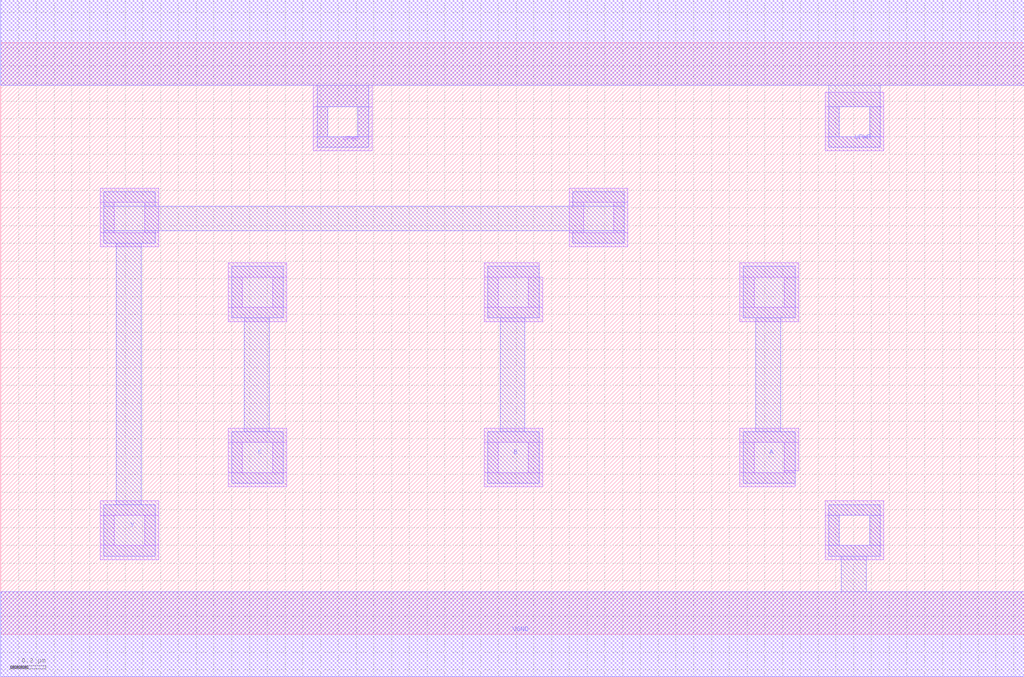
<source format=lef>
VERSION 5.7 ;
  NOWIREEXTENSIONATPIN ON ;
  DIVIDERCHAR "/" ;
  BUSBITCHARS "[]" ;
MACRO NAND3X1
  CLASS CORE ;
  FOREIGN NAND3X1 ;
  ORIGIN 0.000 0.000 ;
  SIZE 5.760 BY 3.330 ;
  SYMMETRY X Y R90 ;
  SITE unit ;
  PIN VPWR
    DIRECTION INOUT ;
    USE POWER ;
    SHAPE ABUTMENT ;
    PORT
      LAYER met1 ;
        RECT 0.000 3.090 5.760 3.570 ;
        RECT 1.780 2.970 2.070 3.090 ;
        RECT 1.780 2.800 1.840 2.970 ;
        RECT 2.010 2.800 2.070 2.970 ;
        RECT 1.780 2.740 2.070 2.800 ;
        RECT 4.660 2.970 4.950 3.090 ;
        RECT 4.660 2.800 4.720 2.970 ;
        RECT 4.890 2.800 4.950 2.970 ;
        RECT 4.660 2.740 4.950 2.800 ;
    END
    PORT
      LAYER li1 ;
        RECT 0.000 3.090 5.760 3.570 ;
        RECT 1.760 2.970 2.090 3.090 ;
        RECT 1.760 2.800 1.840 2.970 ;
        RECT 2.010 2.800 2.090 2.970 ;
        RECT 1.760 2.720 2.090 2.800 ;
    END
  END VPWR
  PIN VGND
    DIRECTION INOUT ;
    USE GROUND ;
    SHAPE ABUTMENT ;
    PORT
      LAYER met1 ;
        RECT 4.660 0.670 4.950 0.730 ;
        RECT 4.660 0.500 4.720 0.670 ;
        RECT 4.890 0.500 4.950 0.670 ;
        RECT 4.660 0.440 4.950 0.500 ;
        RECT 4.730 0.240 4.870 0.440 ;
        RECT 0.000 -0.240 5.760 0.240 ;
    END
    PORT
      LAYER li1 ;
        RECT 0.000 -0.240 5.760 0.240 ;
    END
  END VGND
  PIN Y
    DIRECTION INOUT ;
    USE SIGNAL ;
    SHAPE ABUTMENT ;
    PORT
      LAYER met1 ;
        RECT 0.580 2.410 0.870 2.490 ;
        RECT 3.220 2.410 3.510 2.490 ;
        RECT 0.580 2.270 3.510 2.410 ;
        RECT 0.580 2.200 0.870 2.270 ;
        RECT 3.220 2.200 3.510 2.270 ;
        RECT 0.650 0.730 0.790 2.200 ;
        RECT 0.580 0.440 0.870 0.730 ;
    END
  END Y
  PIN B
    DIRECTION INOUT ;
    USE SIGNAL ;
    SHAPE ABUTMENT ;
    PORT
      LAYER met1 ;
        RECT 2.740 1.780 3.030 2.070 ;
        RECT 2.810 1.140 2.950 1.780 ;
        RECT 2.740 0.850 3.030 1.140 ;
    END
  END B
  PIN A
    DIRECTION INOUT ;
    USE SIGNAL ;
    SHAPE ABUTMENT ;
    PORT
      LAYER met1 ;
        RECT 4.180 1.780 4.470 2.070 ;
        RECT 4.250 1.140 4.390 1.780 ;
        RECT 4.180 0.850 4.470 1.140 ;
    END
  END A
  PIN C
    DIRECTION INOUT ;
    USE SIGNAL ;
    SHAPE ABUTMENT ;
    PORT
      LAYER met1 ;
        RECT 1.300 1.780 1.590 2.070 ;
        RECT 1.370 1.140 1.510 1.780 ;
        RECT 1.300 0.850 1.590 1.140 ;
    END
  END C
  OBS
      LAYER li1 ;
        RECT 4.640 2.970 4.970 3.050 ;
        RECT 4.640 2.800 4.720 2.970 ;
        RECT 4.890 2.800 4.970 2.970 ;
        RECT 4.640 2.720 4.970 2.800 ;
        RECT 0.560 2.430 0.890 2.510 ;
        RECT 0.560 2.260 0.640 2.430 ;
        RECT 0.810 2.260 0.890 2.430 ;
        RECT 0.560 2.180 0.890 2.260 ;
        RECT 3.200 2.430 3.530 2.510 ;
        RECT 3.200 2.260 3.280 2.430 ;
        RECT 3.450 2.260 3.530 2.430 ;
        RECT 3.200 2.180 3.530 2.260 ;
        RECT 1.280 2.010 1.610 2.090 ;
        RECT 1.280 1.840 1.360 2.010 ;
        RECT 1.530 1.840 1.610 2.010 ;
        RECT 1.280 1.760 1.610 1.840 ;
        RECT 2.720 2.010 3.030 2.090 ;
        RECT 4.160 2.010 4.490 2.090 ;
        RECT 2.720 1.840 2.800 2.010 ;
        RECT 2.970 1.840 3.050 2.010 ;
        RECT 2.720 1.760 3.050 1.840 ;
        RECT 4.160 1.840 4.240 2.010 ;
        RECT 4.410 1.840 4.490 2.010 ;
        RECT 4.160 1.760 4.490 1.840 ;
        RECT 1.280 1.080 1.610 1.160 ;
        RECT 1.280 0.910 1.360 1.080 ;
        RECT 1.530 0.910 1.610 1.080 ;
        RECT 1.280 0.830 1.610 0.910 ;
        RECT 2.720 1.080 3.050 1.160 ;
        RECT 2.720 0.910 2.800 1.080 ;
        RECT 2.970 0.910 3.050 1.080 ;
        RECT 2.720 0.830 3.050 0.910 ;
        RECT 4.160 1.080 4.490 1.160 ;
        RECT 4.160 0.910 4.240 1.080 ;
        RECT 4.410 0.920 4.490 1.080 ;
        RECT 4.410 0.910 4.470 0.920 ;
        RECT 4.160 0.830 4.470 0.910 ;
        RECT 0.560 0.670 0.890 0.750 ;
        RECT 0.560 0.500 0.640 0.670 ;
        RECT 0.810 0.500 0.890 0.670 ;
        RECT 0.560 0.420 0.890 0.500 ;
        RECT 4.640 0.670 4.970 0.750 ;
        RECT 4.640 0.500 4.720 0.670 ;
        RECT 4.890 0.500 4.970 0.670 ;
        RECT 4.640 0.420 4.970 0.500 ;
  END
END NAND3X1
END LIBRARY


</source>
